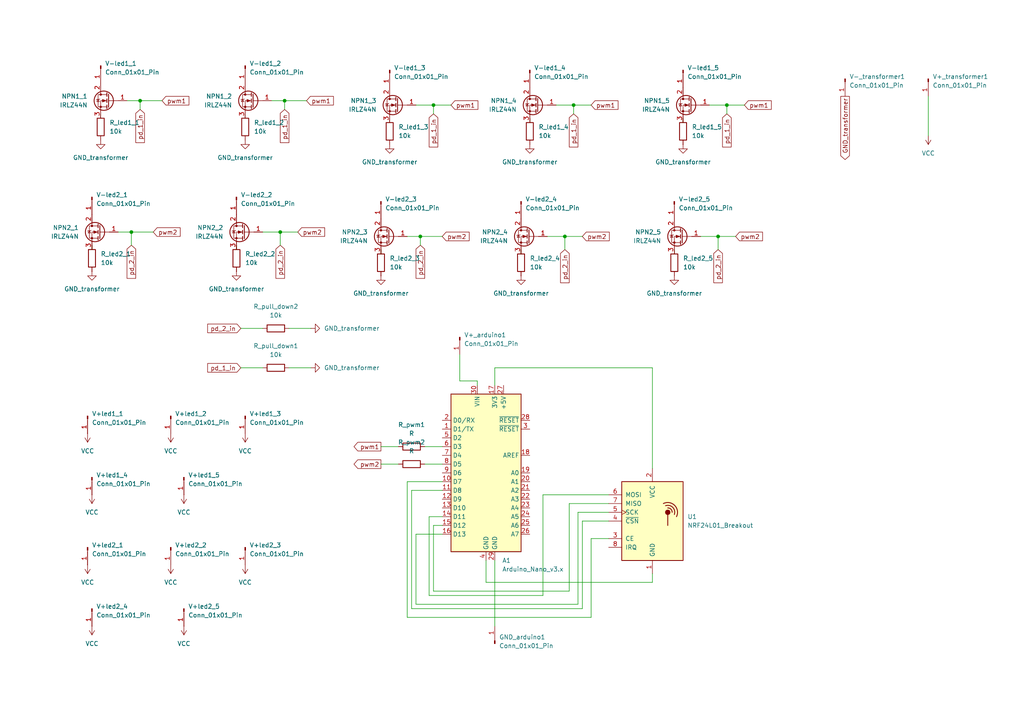
<source format=kicad_sch>
(kicad_sch (version 20250114) (generator "eeschema") (generator_version "9.0")
  (paper "A4")
  (lib_symbols
    (symbol "Connector:Conn_01x01_Pin" (pin_names (offset 1.016) (hide yes))
      (property "Reference" "J" (at 0 2.54 0))
      (property "Value" "Conn_01x01_Pin" (at 0 -2.54 0))
      (symbol "Conn_01x01_Pin_1_1"
        (rectangle (start 0.8636 0.127) (end 0 -0.127) (stroke (width 0.1524)) (fill (type outline)))
        (polyline (pts (xy 1.27 0) (xy 0.8636 0)) (stroke (width 0.1524)))
        (pin passive line (at 5.08 0 180) (length 3.81) (name "Pin_1") (number "1"))
      )
    )
    (symbol "Device:R" (pin_numbers (hide yes)) (pin_names (offset 0))
      (property "Reference" "R" (at 2.032 0 90))
      (property "Value" "R" (at 0 0 90))
      (symbol "R_0_1"
        (rectangle (start -1.016 -2.54) (end 1.016 2.54) (stroke (width 0.254)))
      )
      (symbol "R_1_1"
        (pin passive line (at 0 3.81 270) (length 1.27) (name "~") (number "1"))
        (pin passive line (at 0 -3.81 90) (length 1.27) (name "~") (number "2"))
      )
    )
    (symbol "MCU_Module:Arduino_Nano_v3.x"
      (property "Reference" "A" (at -10.16 23.495 0))
      (property "Value" "Arduino_Nano_v3.x" (at 5.08 -24.13 0))
      (symbol "Arduino_Nano_v3.x_0_1"
        (rectangle (start -10.16 22.86) (end 10.16 -22.86) (stroke (width 0.254)) (fill (type background)))
      )
      (symbol "Arduino_Nano_v3.x_1_1"
        (pin bidirectional line (at -12.7 15.24 0) (length 2.54) (name "D0/RX") (number "2"))
        (pin bidirectional line (at -12.7 12.7 0) (length 2.54) (name "D1/TX") (number "1"))
        (pin bidirectional line (at -12.7 10.16 0) (length 2.54) (name "D2") (number "5"))
        (pin bidirectional line (at -12.7 7.62 0) (length 2.54) (name "D3") (number "6"))
        (pin bidirectional line (at -12.7 5.08 0) (length 2.54) (name "D4") (number "7"))
        (pin bidirectional line (at -12.7 2.54 0) (length 2.54) (name "D5") (number "8"))
        (pin bidirectional line (at -12.7 0 0) (length 2.54) (name "D6") (number "9"))
        (pin bidirectional line (at -12.7 -2.54 0) (length 2.54) (name "D7") (number "10"))
        (pin bidirectional line (at -12.7 -5.08 0) (length 2.54) (name "D8") (number "11"))
        (pin bidirectional line (at -12.7 -7.62 0) (length 2.54) (name "D9") (number "12"))
        (pin bidirectional line (at -12.7 -10.16 0) (length 2.54) (name "D10") (number "13"))
        (pin bidirectional line (at -12.7 -12.7 0) (length 2.54) (name "D11") (number "14"))
        (pin bidirectional line (at -12.7 -15.24 0) (length 2.54) (name "D12") (number "15"))
        (pin bidirectional line (at -12.7 -17.78 0) (length 2.54) (name "D13") (number "16"))
        (pin power_in line (at -2.54 25.4 270) (length 2.54) (name "VIN") (number "30"))
        (pin power_in line (at 0 -25.4 90) (length 2.54) (name "GND") (number "4"))
        (pin power_out line (at 2.54 25.4 270) (length 2.54) (name "3V3") (number "17"))
        (pin power_in line (at 2.54 -25.4 90) (length 2.54) (name "GND") (number "29"))
        (pin power_out line (at 5.08 25.4 270) (length 2.54) (name "+5V") (number "27"))
        (pin input line (at 12.7 15.24 180) (length 2.54) (name "~{RESET}") (number "28"))
        (pin input line (at 12.7 12.7 180) (length 2.54) (name "~{RESET}") (number "3"))
        (pin input line (at 12.7 5.08 180) (length 2.54) (name "AREF") (number "18"))
        (pin bidirectional line (at 12.7 0 180) (length 2.54) (name "A0") (number "19"))
        (pin bidirectional line (at 12.7 -2.54 180) (length 2.54) (name "A1") (number "20"))
        (pin bidirectional line (at 12.7 -5.08 180) (length 2.54) (name "A2") (number "21"))
        (pin bidirectional line (at 12.7 -7.62 180) (length 2.54) (name "A3") (number "22"))
        (pin bidirectional line (at 12.7 -10.16 180) (length 2.54) (name "A4") (number "23"))
        (pin bidirectional line (at 12.7 -12.7 180) (length 2.54) (name "A5") (number "24"))
        (pin bidirectional line (at 12.7 -15.24 180) (length 2.54) (name "A6") (number "25"))
        (pin bidirectional line (at 12.7 -17.78 180) (length 2.54) (name "A7") (number "26"))
      )
    )
    (symbol "RF:NRF24L01_Breakout" (pin_names (offset 1.016))
      (property "Reference" "U" (at -8.89 12.7 0))
      (property "Value" "NRF24L01_Breakout" (at 3.81 12.7 0))
      (symbol "NRF24L01_Breakout_0_1"
        (rectangle (start -8.89 11.43) (end 8.89 -11.43) (stroke (width 0.254)) (fill (type background)))
        (arc (start 3.175 5.08) (mid 6.453 4.548) (end 6.985 1.27) (stroke (width 0.254)))
        (circle (center 4.445 2.54) (radius 0.635) (stroke (width 0.254)) (fill (type outline)))
        (polyline (pts (xy 4.445 1.905) (xy 4.445 -1.27)) (stroke (width 0.254)))
        (arc (start 3.81 4.445) (mid 5.8835 3.9785) (end 6.35 1.905) (stroke (width 0.254)))
        (arc (start 4.445 3.81) (mid 5.3558 3.4508) (end 5.715 2.54) (stroke (width 0.254)))
      )
      (symbol "NRF24L01_Breakout_1_1"
        (pin input line (at -12.7 7.62 0) (length 3.81) (name "MOSI") (number "6"))
        (pin output line (at -12.7 5.08 0) (length 3.81) (name "MISO") (number "7"))
        (pin input clock (at -12.7 2.54 0) (length 3.81) (name "SCK") (number "5"))
        (pin input line (at -12.7 0 0) (length 3.81) (name "~{CSN}") (number "4"))
        (pin input line (at -12.7 -5.08 0) (length 3.81) (name "CE") (number "3"))
        (pin output line (at -12.7 -7.62 0) (length 3.81) (name "IRQ") (number "8"))
        (pin power_in line (at 0 15.24 270) (length 3.81) (name "VCC") (number "2"))
        (pin power_in line (at 0 -15.24 90) (length 3.81) (name "GND") (number "1"))
      )
    )
    (symbol "Transistor_FET:IRLZ44N" (pin_names (hide yes))
      (property "Reference" "Q" (at 5.08 1.905 0))
      (property "Value" "IRLZ44N" (at 5.08 0 0))
      (symbol "IRLZ44N_0_1"
        (polyline (pts (xy 0.254 1.905) (xy 0.254 -1.905)) (stroke (width 0.254)))
        (polyline (pts (xy 0.254 0) (xy -2.54 0)))
        (polyline (pts (xy 0.762 2.286) (xy 0.762 1.27)) (stroke (width 0.254)))
        (polyline (pts (xy 0.762 0.508) (xy 0.762 -0.508)) (stroke (width 0.254)))
        (polyline (pts (xy 0.762 -1.27) (xy 0.762 -2.286)) (stroke (width 0.254)))
        (polyline (pts (xy 0.762 -1.778) (xy 3.302 -1.778) (xy 3.302 1.778) (xy 0.762 1.778)))
        (polyline (pts (xy 1.016 0) (xy 2.032 0.381) (xy 2.032 -0.381) (xy 1.016 0)) (fill (type outline)))
        (circle (center 1.651 0) (radius 2.794) (stroke (width 0.254)))
        (polyline (pts (xy 2.54 2.54) (xy 2.54 1.778)))
        (circle (center 2.54 1.778) (radius 0.254) (fill (type outline)))
        (circle (center 2.54 -1.778) (radius 0.254) (fill (type outline)))
        (polyline (pts (xy 2.54 -2.54) (xy 2.54 0) (xy 0.762 0)))
        (polyline (pts (xy 2.794 0.508) (xy 2.921 0.381) (xy 3.683 0.381) (xy 3.81 0.254)))
        (polyline (pts (xy 3.302 0.381) (xy 2.921 -0.254) (xy 3.683 -0.254) (xy 3.302 0.381)))
      )
      (symbol "IRLZ44N_1_1"
        (pin input line (at -5.08 0 0) (length 2.54) (name "G") (number "1"))
        (pin passive line (at 2.54 5.08 270) (length 2.54) (name "D") (number "2"))
        (pin passive line (at 2.54 -5.08 90) (length 2.54) (name "S") (number "3"))
      )
    )
    (symbol "power:GND" (power) (pin_numbers (hide yes)) (pin_names (offset 0) (hide yes))
      (property "Value" "GND" (at 0 -3.81 0))
      (symbol "GND_0_1"
        (polyline (pts (xy 0 0) (xy 0 -1.27) (xy 1.27 -1.27) (xy 0 -2.54) (xy -1.27 -1.27) (xy 0 -1.27)))
      )
      (symbol "GND_1_1"
        (pin power_in line (at 0 0 270) (length 0) (name "~") (number "1"))
      )
    )
    (symbol "power:VCC" (power) (pin_numbers (hide yes)) (pin_names (offset 0) (hide yes))
      (property "Value" "VCC" (at 0 3.556 0))
      (symbol "VCC_0_1"
        (polyline (pts (xy -0.762 1.27) (xy 0 2.54)))
        (polyline (pts (xy 0 2.54) (xy 0.762 1.27)))
        (polyline (pts (xy 0 0) (xy 0 2.54)))
      )
      (symbol "VCC_1_1"
        (pin power_in line (at 0 0 90) (length 0) (name "~") (number "1"))
      )
    )
  )
  (junction (at 38.1 67.31))
  (junction (at 81.28 67.31))
  (junction (at 40.64 29.21))
  (junction (at 166.37 30.48))
  (junction (at 125.73 30.48))
  (junction (at 208.28 68.58))
  (junction (at 82.55 29.21))
  (junction (at 121.92 68.58))
  (junction (at 163.83 68.58))
  (junction (at 210.82 30.48))
  (wire (pts (xy 161.29 30.48) (xy 166.37 30.48)))
  (wire (pts (xy 158.75 68.58) (xy 163.83 68.58)))
  (wire (pts (xy 110.49 129.54) (xy 115.57 129.54)))
  (wire (pts (xy 168.91 176.53) (xy 119.38 176.53)))
  (wire (pts (xy 168.91 151.13) (xy 168.91 176.53)))
  (wire (pts (xy 71.12 33.02) (xy 71.12 34.29)))
  (wire (pts (xy 165.1 146.05) (xy 176.53 146.05)))
  (wire (pts (xy 140.97 162.56) (xy 140.97 168.91)))
  (wire (pts (xy 119.38 176.53) (xy 119.38 142.24)))
  (wire (pts (xy 120.65 154.94) (xy 120.65 175.26)))
  (wire (pts (xy 36.83 29.21) (xy 40.64 29.21)))
  (wire (pts (xy 83.82 95.25) (xy 90.17 95.25)))
  (wire (pts (xy 210.82 33.02) (xy 210.82 30.48)))
  (wire (pts (xy 78.74 29.21) (xy 82.55 29.21)))
  (wire (pts (xy 140.97 168.91) (xy 189.23 168.91)))
  (wire (pts (xy 133.35 110.49) (xy 133.35 102.87)))
  (wire (pts (xy 205.74 30.48) (xy 210.82 30.48)))
  (wire (pts (xy 269.24 27.94) (xy 269.24 39.37)))
  (wire (pts (xy 165.1 171.45) (xy 165.1 146.05)))
  (wire (pts (xy 118.11 68.58) (xy 121.92 68.58)))
  (wire (pts (xy 163.83 72.39) (xy 163.83 68.58)))
  (wire (pts (xy 69.85 95.25) (xy 76.2 95.25)))
  (wire (pts (xy 176.53 156.21) (xy 171.45 156.21)))
  (wire (pts (xy 195.58 72.39) (xy 195.58 73.66)))
  (wire (pts (xy 83.82 106.68) (xy 90.17 106.68)))
  (wire (pts (xy 189.23 135.89) (xy 189.23 106.68)))
  (wire (pts (xy 123.19 129.54) (xy 128.27 129.54)))
  (wire (pts (xy 128.27 152.4) (xy 125.73 152.4)))
  (wire (pts (xy 167.64 148.59) (xy 176.53 148.59)))
  (wire (pts (xy 110.49 134.62) (xy 115.57 134.62)))
  (wire (pts (xy 143.51 106.68) (xy 143.51 111.76)))
  (wire (pts (xy 38.1 71.12) (xy 38.1 67.31)))
  (wire (pts (xy 34.29 67.31) (xy 38.1 67.31)))
  (wire (pts (xy 120.65 30.48) (xy 125.73 30.48)))
  (wire (pts (xy 123.19 134.62) (xy 128.27 134.62)))
  (wire (pts (xy 69.85 106.68) (xy 76.2 106.68)))
  (wire (pts (xy 81.28 67.31) (xy 86.36 67.31)))
  (wire (pts (xy 81.28 71.12) (xy 81.28 67.31)))
  (wire (pts (xy 151.13 72.39) (xy 151.13 73.66)))
  (wire (pts (xy 76.2 67.31) (xy 81.28 67.31)))
  (wire (pts (xy 40.64 29.21) (xy 46.99 29.21)))
  (wire (pts (xy 113.03 34.29) (xy 113.03 35.56)))
  (wire (pts (xy 68.58 71.12) (xy 68.58 72.39)))
  (wire (pts (xy 121.92 68.58) (xy 128.27 68.58)))
  (wire (pts (xy 163.83 68.58) (xy 168.91 68.58)))
  (wire (pts (xy 176.53 143.51) (xy 157.48 143.51)))
  (wire (pts (xy 110.49 72.39) (xy 110.49 73.66)))
  (wire (pts (xy 189.23 106.68) (xy 143.51 106.68)))
  (wire (pts (xy 124.46 149.86) (xy 128.27 149.86)))
  (wire (pts (xy 119.38 142.24) (xy 128.27 142.24)))
  (wire (pts (xy 128.27 154.94) (xy 120.65 154.94)))
  (wire (pts (xy 143.51 162.56) (xy 143.51 181.61)))
  (wire (pts (xy 210.82 30.48) (xy 215.9 30.48)))
  (wire (pts (xy 38.1 67.31) (xy 44.45 67.31)))
  (wire (pts (xy 40.64 31.75) (xy 40.64 29.21)))
  (wire (pts (xy 166.37 33.02) (xy 166.37 30.48)))
  (wire (pts (xy 167.64 175.26) (xy 167.64 148.59)))
  (wire (pts (xy 125.73 152.4) (xy 125.73 171.45)))
  (wire (pts (xy 82.55 31.75) (xy 82.55 29.21)))
  (wire (pts (xy 203.2 68.58) (xy 208.28 68.58)))
  (wire (pts (xy 171.45 156.21) (xy 171.45 179.07)))
  (wire (pts (xy 124.46 149.86) (xy 124.46 172.72)))
  (wire (pts (xy 29.21 33.02) (xy 29.21 34.29)))
  (wire (pts (xy 189.23 166.37) (xy 189.23 168.91)))
  (wire (pts (xy 118.11 139.7) (xy 128.27 139.7)))
  (wire (pts (xy 208.28 68.58) (xy 213.36 68.58)))
  (wire (pts (xy 118.11 179.07) (xy 118.11 139.7)))
  (wire (pts (xy 208.28 72.39) (xy 208.28 68.58)))
  (wire (pts (xy 125.73 33.02) (xy 125.73 30.48)))
  (wire (pts (xy 125.73 30.48) (xy 130.81 30.48)))
  (wire (pts (xy 120.65 175.26) (xy 167.64 175.26)))
  (wire (pts (xy 166.37 30.48) (xy 171.45 30.48)))
  (wire (pts (xy 198.12 34.29) (xy 198.12 35.56)))
  (wire (pts (xy 176.53 151.13) (xy 168.91 151.13)))
  (wire (pts (xy 171.45 179.07) (xy 118.11 179.07)))
  (wire (pts (xy 121.92 71.12) (xy 121.92 68.58)))
  (wire (pts (xy 153.67 34.29) (xy 153.67 35.56)))
  (wire (pts (xy 157.48 143.51) (xy 157.48 172.72)))
  (wire (pts (xy 157.48 172.72) (xy 124.46 172.72)))
  (wire (pts (xy 138.43 110.49) (xy 133.35 110.49)))
  (wire (pts (xy 125.73 171.45) (xy 165.1 171.45)))
  (wire (pts (xy 82.55 29.21) (xy 88.9 29.21)))
  (wire (pts (xy 138.43 110.49) (xy 138.43 111.76)))
  (wire (pts (xy 26.67 71.12) (xy 26.67 72.39)))
  (global_label "pd_1_in" (shape input) (at 125.73 33.02 270) (property "Intersheetrefs" "${INTERSHEET_REFS}" (effects (hide yes))))
  (global_label "GND_transformer" (shape output) (at 245.11 27.94 270) (property "Intersheetrefs" "${INTERSHEET_REFS}" (effects (hide yes))))
  (global_label "pd_2_in" (shape input) (at 121.92 71.12 270) (property "Intersheetrefs" "${INTERSHEET_REFS}" (effects (hide yes))))
  (global_label "pd_2_in" (shape input) (at 81.28 71.12 270) (property "Intersheetrefs" "${INTERSHEET_REFS}" (effects (hide yes))))
  (global_label "pwm1" (shape input) (at 88.9 29.21 0) (property "Intersheetrefs" "${INTERSHEET_REFS}" (effects (hide yes))))
  (global_label "pd_2_in" (shape input) (at 69.85 95.25 180) (property "Intersheetrefs" "${INTERSHEET_REFS}" (effects (hide yes))))
  (global_label "pwm2" (shape input) (at 168.91 68.58 0) (property "Intersheetrefs" "${INTERSHEET_REFS}" (effects (hide yes))))
  (global_label "pwm2" (shape input) (at 44.45 67.31 0) (property "Intersheetrefs" "${INTERSHEET_REFS}" (effects (hide yes))))
  (global_label "pwm2" (shape output) (at 110.49 134.62 180) (property "Intersheetrefs" "${INTERSHEET_REFS}" (effects (hide yes))))
  (global_label "pwm1" (shape input) (at 46.99 29.21 0) (property "Intersheetrefs" "${INTERSHEET_REFS}" (effects (hide yes))))
  (global_label "pd_1_in" (shape input) (at 166.37 33.02 270) (property "Intersheetrefs" "${INTERSHEET_REFS}" (effects (hide yes))))
  (global_label "pwm1" (shape input) (at 215.9 30.48 0) (property "Intersheetrefs" "${INTERSHEET_REFS}" (effects (hide yes))))
  (global_label "pwm1" (shape input) (at 130.81 30.48 0) (property "Intersheetrefs" "${INTERSHEET_REFS}" (effects (hide yes))))
  (global_label "pwm1" (shape input) (at 171.45 30.48 0) (property "Intersheetrefs" "${INTERSHEET_REFS}" (effects (hide yes))))
  (global_label "pwm2" (shape input) (at 213.36 68.58 0) (property "Intersheetrefs" "${INTERSHEET_REFS}" (effects (hide yes))))
  (global_label "pd_1_in" (shape input) (at 210.82 33.02 270) (property "Intersheetrefs" "${INTERSHEET_REFS}" (effects (hide yes))))
  (global_label "pd_1_in" (shape input) (at 40.64 31.75 270) (property "Intersheetrefs" "${INTERSHEET_REFS}" (effects (hide yes))))
  (global_label "pwm2" (shape input) (at 86.36 67.31 0) (property "Intersheetrefs" "${INTERSHEET_REFS}" (effects (hide yes))))
  (global_label "pd_2_in" (shape input) (at 38.1 71.12 270) (property "Intersheetrefs" "${INTERSHEET_REFS}" (effects (hide yes))))
  (global_label "pd_2_in" (shape input) (at 163.83 72.39 270) (property "Intersheetrefs" "${INTERSHEET_REFS}" (effects (hide yes))))
  (global_label "pd_1_in" (shape input) (at 82.55 31.75 270) (property "Intersheetrefs" "${INTERSHEET_REFS}" (effects (hide yes))))
  (global_label "pwm2" (shape input) (at 128.27 68.58 0) (property "Intersheetrefs" "${INTERSHEET_REFS}" (effects (hide yes))))
  (global_label "pwm1" (shape output) (at 110.49 129.54 180) (property "Intersheetrefs" "${INTERSHEET_REFS}" (effects (hide yes))))
  (global_label "pd_1_in" (shape input) (at 69.85 106.68 180) (property "Intersheetrefs" "${INTERSHEET_REFS}" (effects (hide yes))))
  (global_label "pd_2_in" (shape input) (at 208.28 72.39 270) (property "Intersheetrefs" "${INTERSHEET_REFS}" (effects (hide yes))))
  (symbol (lib_id "Transistor_FET:IRLZ44N") (at 156.21 30.48 0) (mirror y) (unit 1)
    (property "Reference" "NPN1_4" (at 149.86 29.2099 0) (effects (justify left)))
    (property "Value" "IRLZ44N" (at 149.86 31.7499 0) (effects (justify left)))
    (property "Footprint" "Package_TO_SOT_THT:TO-220-3_Vertical" (effects (hide yes)))
    (property "Datasheet" "http://www.irf.com/product-info/datasheets/data/irlz44n.pdf" (effects (hide yes)))
    (property "Description" "47A Id, 55V Vds, 22mOhm Rds Single N-Channel HEXFET Power MOSFET, TO-220AB" (effects (hide yes)))
  )
  (symbol (lib_id "Transistor_FET:IRLZ44N") (at 31.75 29.21 0) (mirror y) (unit 1)
    (property "Reference" "NPN1_1" (at 25.4 27.9399 0) (effects (justify left)))
    (property "Value" "IRLZ44N" (at 25.4 30.4799 0) (effects (justify left)))
    (property "Footprint" "Package_TO_SOT_THT:TO-220-3_Vertical" (effects (hide yes)))
    (property "Datasheet" "http://www.irf.com/product-info/datasheets/data/irlz44n.pdf" (effects (hide yes)))
    (property "Description" "47A Id, 55V Vds, 22mOhm Rds Single N-Channel HEXFET Power MOSFET, TO-220AB" (effects (hide yes)))
  )
  (symbol (lib_id "Connector:Conn_01x01_Pin") (at 151.13 58.42 270) (unit 1)
    (property "Reference" "V-led2_4" (at 152.4 57.7849 90) (effects (justify left)))
    (property "Value" "Conn_01x01_Pin" (at 152.4 60.3249 90) (effects (justify left)))
    (property "Footprint" "Connector_Wire:SolderWire-1.5sqmm_1x01_D1.7mm_OD3.9mm" (effects (hide yes)))
    (property "Description" "Generic connector, single row, 01x01, script generated" (effects (hide yes)))
  )
  (symbol (lib_id "Connector:Conn_01x01_Pin") (at 269.24 22.86 270) (unit 1)
    (property "Reference" "V+_transformer1" (at 270.51 22.2249 90) (effects (justify left)))
    (property "Value" "Conn_01x01_Pin" (at 270.51 24.7649 90) (effects (justify left)))
    (property "Footprint" "Connector_Wire:SolderWire-1.5sqmm_1x01_D1.7mm_OD3.9mm" (effects (hide yes)))
  )
  (symbol (lib_id "Transistor_FET:IRLZ44N") (at 29.21 67.31 0) (mirror y) (unit 1)
    (property "Reference" "NPN2_1" (at 22.86 66.0399 0) (effects (justify left)))
    (property "Value" "IRLZ44N" (at 22.86 68.5799 0) (effects (justify left)))
    (property "Footprint" "Package_TO_SOT_THT:TO-220-3_Vertical" (effects (hide yes)))
    (property "Datasheet" "http://www.irf.com/product-info/datasheets/data/irlz44n.pdf" (effects (hide yes)))
    (property "Description" "47A Id, 55V Vds, 22mOhm Rds Single N-Channel HEXFET Power MOSFET, TO-220AB" (effects (hide yes)))
  )
  (symbol (lib_id "Device:R") (at 119.38 134.62 90) (unit 1)
    (property "Reference" "R_pwm2" (at 119.38 128.27 90))
    (property "Value" "R" (at 119.38 130.81 90))
    (property "Footprint" "Resistor_THT:R_Axial_DIN0207_L6.3mm_D2.5mm_P7.62mm_Horizontal" (effects (hide yes)))
    (property "Description" "Resistor" (effects (hide yes)))
  )
  (symbol (lib_id "Connector:Conn_01x01_Pin") (at 143.51 186.69 90) (unit 1)
    (property "Reference" "GND_arduino1" (at 144.78 184.7849 90) (effects (justify right)))
    (property "Value" "Conn_01x01_Pin" (at 144.78 187.3249 90) (effects (justify right)))
    (property "Footprint" "Connector_Wire:SolderWire-1.5sqmm_1x01_D1.7mm_OD3.9mm" (effects (hide yes)))
    (property "Description" "Generic connector, single row, 01x01, script generated" (effects (hide yes)))
  )
  (symbol (lib_id "Transistor_FET:IRLZ44N") (at 200.66 30.48 0) (mirror y) (unit 1)
    (property "Reference" "NPN1_5" (at 194.31 29.2099 0) (effects (justify left)))
    (property "Value" "IRLZ44N" (at 194.31 31.7499 0) (effects (justify left)))
    (property "Footprint" "Package_TO_SOT_THT:TO-220-3_Vertical" (effects (hide yes)))
    (property "Datasheet" "http://www.irf.com/product-info/datasheets/data/irlz44n.pdf" (effects (hide yes)))
    (property "Description" "47A Id, 55V Vds, 22mOhm Rds Single N-Channel HEXFET Power MOSFET, TO-220AB" (effects (hide yes)))
  )
  (symbol (lib_id "Device:R") (at 68.58 74.93 180) (unit 1)
    (property "Reference" "R_led2_2" (at 71.12 73.6599 0) (effects (justify right)))
    (property "Value" "10k" (at 71.12 76.1999 0) (effects (justify right)))
    (property "Footprint" "Resistor_THT:R_Axial_DIN0207_L6.3mm_D2.5mm_P7.62mm_Horizontal" (effects (hide yes)))
    (property "Description" "Resistor" (effects (hide yes)))
  )
  (symbol (lib_id "Device:R") (at 80.01 95.25 90) (unit 1)
    (property "Reference" "R_pull_down2" (at 80.01 88.9 90))
    (property "Value" "10k" (at 80.01 91.44 90))
    (property "Footprint" "Resistor_THT:R_Axial_DIN0207_L6.3mm_D2.5mm_P7.62mm_Horizontal" (effects (hide yes)))
    (property "Description" "Resistor" (effects (hide yes)))
  )
  (symbol (lib_id "power:VCC") (at 53.34 181.61 180) (unit 1)
    (property "Reference" "#PWR09" (effects (hide yes)))
    (property "Value" "VCC" (at 53.34 186.69 0))
    (property "Description" "Power symbol creates a global label with name \"VCC\"" (effects (hide yes)))
  )
  (symbol (lib_id "Connector:Conn_01x01_Pin") (at 71.12 158.75 270) (unit 1)
    (property "Reference" "V+led2_3" (at 72.39 158.1149 90) (effects (justify left)))
    (property "Value" "Conn_01x01_Pin" (at 72.39 160.6549 90) (effects (justify left)))
    (property "Footprint" "Connector_Wire:SolderWire-1.5sqmm_1x01_D1.7mm_OD3.9mm" (effects (hide yes)))
    (property "Description" "Generic connector, single row, 01x01, script generated" (effects (hide yes)))
  )
  (symbol (lib_id "power:VCC") (at 25.4 163.83 180) (unit 1)
    (property "Reference" "#PWR06" (effects (hide yes)))
    (property "Value" "VCC" (at 25.4 168.91 0))
    (property "Description" "Power symbol creates a global label with name \"VCC\"" (effects (hide yes)))
  )
  (symbol (lib_id "RF:NRF24L01_Breakout") (at 189.23 151.13 0) (unit 1)
    (property "Reference" "U1" (at 199.39 149.8599 0) (effects (justify left)))
    (property "Value" "NRF24L01_Breakout" (at 199.39 152.3999 0) (effects (justify left)))
    (property "Footprint" "RF_Module:nRF24L01_Breakout" (effects (hide yes)))
    (property "Datasheet" "http://www.nordicsemi.com/eng/content/download/2730/34105/file/nRF24L01_Product_Specification_v2_0.pdf" (effects (hide yes)))
    (property "Description" "Ultra low power 2.4GHz RF Transceiver, Carrier PCB" (effects (hide yes)))
  )
  (symbol (lib_id "power:GND") (at 198.12 41.91 0) (unit 1)
    (property "Reference" "#PWR024" (effects (hide yes)))
    (property "Value" "GND_transformer" (at 198.12 46.99 0))
    (property "Description" "Power symbol creates a global label with name \"GND\" , ground" (effects (hide yes)))
  )
  (symbol (lib_id "power:VCC") (at 53.34 143.51 180) (unit 1)
    (property "Reference" "#PWR05" (effects (hide yes)))
    (property "Value" "VCC" (at 53.34 148.59 0))
    (property "Description" "Power symbol creates a global label with name \"VCC\"" (effects (hide yes)))
  )
  (symbol (lib_id "Connector:Conn_01x01_Pin") (at 113.03 20.32 270) (unit 1)
    (property "Reference" "V-led1_3" (at 114.3 19.6849 90) (effects (justify left)))
    (property "Value" "Conn_01x01_Pin" (at 114.3 22.2249 90) (effects (justify left)))
    (property "Footprint" "Connector_Wire:SolderWire-1.5sqmm_1x01_D1.7mm_OD3.9mm" (effects (hide yes)))
    (property "Description" "Generic connector, single row, 01x01, script generated" (effects (hide yes)))
  )
  (symbol (lib_id "Device:R") (at 119.38 129.54 90) (unit 1)
    (property "Reference" "R_pwm1" (at 119.38 123.19 90))
    (property "Value" "R" (at 119.38 125.73 90))
    (property "Footprint" "Resistor_THT:R_Axial_DIN0207_L6.3mm_D2.5mm_P7.62mm_Horizontal" (effects (hide yes)))
    (property "Description" "Resistor" (effects (hide yes)))
  )
  (symbol (lib_id "Device:R") (at 26.67 74.93 180) (unit 1)
    (property "Reference" "R_led2_1" (at 29.21 73.6599 0) (effects (justify right)))
    (property "Value" "10k" (at 29.21 76.1999 0) (effects (justify right)))
    (property "Footprint" "Resistor_THT:R_Axial_DIN0207_L6.3mm_D2.5mm_P7.62mm_Horizontal" (effects (hide yes)))
    (property "Description" "Resistor" (effects (hide yes)))
  )
  (symbol (lib_id "Connector:Conn_01x01_Pin") (at 29.21 19.05 270) (unit 1)
    (property "Reference" "V-led1_1" (at 30.48 18.4149 90) (effects (justify left)))
    (property "Value" "Conn_01x01_Pin" (at 30.48 20.9549 90) (effects (justify left)))
    (property "Footprint" "Connector_Wire:SolderWire-1.5sqmm_1x01_D1.7mm_OD3.9mm" (effects (hide yes)))
    (property "Description" "Generic connector, single row, 01x01, script generated" (effects (hide yes)))
  )
  (symbol (lib_id "Device:R") (at 80.01 106.68 90) (unit 1)
    (property "Reference" "R_pull_down1" (at 80.01 100.33 90))
    (property "Value" "10k" (at 80.01 102.87 90))
    (property "Footprint" "Resistor_THT:R_Axial_DIN0207_L6.3mm_D2.5mm_P7.62mm_Horizontal" (effects (hide yes)))
    (property "Description" "Resistor" (effects (hide yes)))
  )
  (symbol (lib_id "power:VCC") (at 269.24 39.37 180) (unit 1)
    (property "Reference" "#PWR011" (effects (hide yes)))
    (property "Value" "VCC" (at 269.24 44.45 0))
    (property "Description" "Power symbol creates a global label with name \"VCC\"" (effects (hide yes)))
  )
  (symbol (lib_id "power:VCC") (at 49.53 163.83 180) (unit 1)
    (property "Reference" "#PWR08" (effects (hide yes)))
    (property "Value" "VCC" (at 49.53 168.91 0))
    (property "Description" "Power symbol creates a global label with name \"VCC\"" (effects (hide yes)))
  )
  (symbol (lib_id "Connector:Conn_01x01_Pin") (at 195.58 58.42 270) (unit 1)
    (property "Reference" "V-led2_5" (at 196.85 57.7849 90) (effects (justify left)))
    (property "Value" "Conn_01x01_Pin" (at 196.85 60.3249 90) (effects (justify left)))
    (property "Footprint" "Connector_Wire:SolderWire-1.5sqmm_1x01_D1.7mm_OD3.9mm" (effects (hide yes)))
    (property "Description" "Generic connector, single row, 01x01, script generated" (effects (hide yes)))
  )
  (symbol (lib_id "Transistor_FET:IRLZ44N") (at 115.57 30.48 0) (mirror y) (unit 1)
    (property "Reference" "NPN1_3" (at 109.22 29.2099 0) (effects (justify left)))
    (property "Value" "IRLZ44N" (at 109.22 31.7499 0) (effects (justify left)))
    (property "Footprint" "Package_TO_SOT_THT:TO-220-3_Vertical" (effects (hide yes)))
    (property "Datasheet" "http://www.irf.com/product-info/datasheets/data/irlz44n.pdf" (effects (hide yes)))
    (property "Description" "47A Id, 55V Vds, 22mOhm Rds Single N-Channel HEXFET Power MOSFET, TO-220AB" (effects (hide yes)))
  )
  (symbol (lib_id "Device:R") (at 195.58 76.2 180) (unit 1)
    (property "Reference" "R_led2_5" (at 198.12 74.9299 0) (effects (justify right)))
    (property "Value" "10k" (at 198.12 77.4699 0) (effects (justify right)))
    (property "Footprint" "Resistor_THT:R_Axial_DIN0207_L6.3mm_D2.5mm_P7.62mm_Horizontal" (effects (hide yes)))
    (property "Description" "Resistor" (effects (hide yes)))
  )
  (symbol (lib_id "Connector:Conn_01x01_Pin") (at 133.35 97.79 270) (unit 1)
    (property "Reference" "V+_arduino1" (at 134.62 97.1549 90) (effects (justify left)))
    (property "Value" "Conn_01x01_Pin" (at 134.62 99.6949 90) (effects (justify left)))
    (property "Footprint" "Connector_Wire:SolderWire-1.5sqmm_1x01_D1.7mm_OD3.9mm" (effects (hide yes)))
    (property "Description" "Generic connector, single row, 01x01, script generated" (effects (hide yes)))
  )
  (symbol (lib_id "power:VCC") (at 71.12 125.73 180) (unit 1)
    (property "Reference" "#PWR03" (effects (hide yes)))
    (property "Value" "VCC" (at 71.12 130.81 0))
    (property "Description" "Power symbol creates a global label with name \"VCC\"" (effects (hide yes)))
  )
  (symbol (lib_id "power:GND") (at 68.58 78.74 0) (unit 1)
    (property "Reference" "#PWR028" (effects (hide yes)))
    (property "Value" "GND_transformer" (at 68.58 83.82 0))
    (property "Description" "Power symbol creates a global label with name \"GND\" , ground" (effects (hide yes)))
  )
  (symbol (lib_id "Device:R") (at 29.21 36.83 180) (unit 1)
    (property "Reference" "R_led1_1" (at 31.75 35.5599 0) (effects (justify right)))
    (property "Value" "10k" (at 31.75 38.0999 0) (effects (justify right)))
    (property "Footprint" "Resistor_THT:R_Axial_DIN0207_L6.3mm_D2.5mm_P7.62mm_Horizontal" (effects (hide yes)))
    (property "Description" "Resistor" (effects (hide yes)))
  )
  (symbol (lib_id "power:GND") (at 151.13 80.01 0) (unit 1)
    (property "Reference" "#PWR030" (effects (hide yes)))
    (property "Value" "GND_transformer" (at 151.13 85.09 0))
    (property "Description" "Power symbol creates a global label with name \"GND\" , ground" (effects (hide yes)))
  )
  (symbol (lib_id "Transistor_FET:IRLZ44N") (at 73.66 29.21 0) (mirror y) (unit 1)
    (property "Reference" "NPN1_2" (at 67.31 27.9399 0) (effects (justify left)))
    (property "Value" "IRLZ44N" (at 67.31 30.4799 0) (effects (justify left)))
    (property "Footprint" "Package_TO_SOT_THT:TO-220-3_Vertical" (effects (hide yes)))
    (property "Datasheet" "http://www.irf.com/product-info/datasheets/data/irlz44n.pdf" (effects (hide yes)))
    (property "Description" "47A Id, 55V Vds, 22mOhm Rds Single N-Channel HEXFET Power MOSFET, TO-220AB" (effects (hide yes)))
  )
  (symbol (lib_id "power:VCC") (at 26.67 143.51 180) (unit 1)
    (property "Reference" "#PWR04" (effects (hide yes)))
    (property "Value" "VCC" (at 26.67 148.59 0))
    (property "Description" "Power symbol creates a global label with name \"VCC\"" (effects (hide yes)))
  )
  (symbol (lib_id "Connector:Conn_01x01_Pin") (at 26.67 176.53 270) (unit 1)
    (property "Reference" "V+led2_4" (at 27.94 175.8949 90) (effects (justify left)))
    (property "Value" "Conn_01x01_Pin" (at 27.94 178.4349 90) (effects (justify left)))
    (property "Footprint" "Connector_Wire:SolderWire-1.5sqmm_1x01_D1.7mm_OD3.9mm" (effects (hide yes)))
    (property "Description" "Generic connector, single row, 01x01, script generated" (effects (hide yes)))
  )
  (symbol (lib_id "power:VCC") (at 25.4 125.73 180) (unit 1)
    (property "Reference" "#PWR01" (effects (hide yes)))
    (property "Value" "VCC" (at 25.4 130.81 0))
    (property "Description" "Power symbol creates a global label with name \"VCC\"" (effects (hide yes)))
  )
  (symbol (lib_id "Connector:Conn_01x01_Pin") (at 26.67 57.15 270) (unit 1)
    (property "Reference" "V-led2_1" (at 27.94 56.5149 90) (effects (justify left)))
    (property "Value" "Conn_01x01_Pin" (at 27.94 59.0549 90) (effects (justify left)))
    (property "Footprint" "Connector_Wire:SolderWire-1.5sqmm_1x01_D1.7mm_OD3.9mm" (effects (hide yes)))
    (property "Description" "Generic connector, single row, 01x01, script generated" (effects (hide yes)))
  )
  (symbol (lib_id "Connector:Conn_01x01_Pin") (at 110.49 58.42 270) (unit 1)
    (property "Reference" "V-led2_3" (at 111.76 57.7849 90) (effects (justify left)))
    (property "Value" "Conn_01x01_Pin" (at 111.76 60.3249 90) (effects (justify left)))
    (property "Footprint" "Connector_Wire:SolderWire-1.5sqmm_1x01_D1.7mm_OD3.9mm" (effects (hide yes)))
    (property "Description" "Generic connector, single row, 01x01, script generated" (effects (hide yes)))
  )
  (symbol (lib_id "power:VCC") (at 71.12 163.83 180) (unit 1)
    (property "Reference" "#PWR010" (effects (hide yes)))
    (property "Value" "VCC" (at 71.12 168.91 0))
    (property "Description" "Power symbol creates a global label with name \"VCC\"" (effects (hide yes)))
  )
  (symbol (lib_id "Connector:Conn_01x01_Pin") (at 25.4 120.65 270) (unit 1)
    (property "Reference" "V+led1_1" (at 26.67 120.0149 90) (effects (justify left)))
    (property "Value" "Conn_01x01_Pin" (at 26.67 122.5549 90) (effects (justify left)))
    (property "Footprint" "Connector_Wire:SolderWire-1.5sqmm_1x01_D1.7mm_OD3.9mm" (effects (hide yes)))
    (property "Description" "Generic connector, single row, 01x01, script generated" (effects (hide yes)))
  )
  (symbol (lib_id "Connector:Conn_01x01_Pin") (at 49.53 120.65 270) (unit 1)
    (property "Reference" "V+led1_2" (at 50.8 120.0149 90) (effects (justify left)))
    (property "Value" "Conn_01x01_Pin" (at 50.8 122.5549 90) (effects (justify left)))
    (property "Footprint" "Connector_Wire:SolderWire-1.5sqmm_1x01_D1.7mm_OD3.9mm" (effects (hide yes)))
    (property "Description" "Generic connector, single row, 01x01, script generated" (effects (hide yes)))
  )
  (symbol (lib_id "Transistor_FET:IRLZ44N") (at 113.03 68.58 0) (mirror y) (unit 1)
    (property "Reference" "NPN2_3" (at 106.68 67.3099 0) (effects (justify left)))
    (property "Value" "IRLZ44N" (at 106.68 69.8499 0) (effects (justify left)))
    (property "Footprint" "Package_TO_SOT_THT:TO-220-3_Vertical" (effects (hide yes)))
    (property "Datasheet" "http://www.irf.com/product-info/datasheets/data/irlz44n.pdf" (effects (hide yes)))
    (property "Description" "47A Id, 55V Vds, 22mOhm Rds Single N-Channel HEXFET Power MOSFET, TO-220AB" (effects (hide yes)))
  )
  (symbol (lib_id "power:VCC") (at 26.67 181.61 180) (unit 1)
    (property "Reference" "#PWR07" (effects (hide yes)))
    (property "Value" "VCC" (at 26.67 186.69 0))
    (property "Description" "Power symbol creates a global label with name \"VCC\"" (effects (hide yes)))
  )
  (symbol (lib_id "power:GND") (at 113.03 41.91 0) (unit 1)
    (property "Reference" "#PWR025" (effects (hide yes)))
    (property "Value" "GND_transformer" (at 113.03 46.99 0))
    (property "Description" "Power symbol creates a global label with name \"GND\" , ground" (effects (hide yes)))
  )
  (symbol (lib_id "Device:R") (at 71.12 36.83 180) (unit 1)
    (property "Reference" "R_led1_2" (at 73.66 35.5599 0) (effects (justify right)))
    (property "Value" "10k" (at 73.66 38.0999 0) (effects (justify right)))
    (property "Footprint" "Resistor_THT:R_Axial_DIN0207_L6.3mm_D2.5mm_P7.62mm_Horizontal" (effects (hide yes)))
    (property "Description" "Resistor" (effects (hide yes)))
  )
  (symbol (lib_id "Connector:Conn_01x01_Pin") (at 68.58 57.15 270) (unit 1)
    (property "Reference" "V-led2_2" (at 69.85 56.5149 90) (effects (justify left)))
    (property "Value" "Conn_01x01_Pin" (at 69.85 59.0549 90) (effects (justify left)))
    (property "Footprint" "Connector_Wire:SolderWire-1.5sqmm_1x01_D1.7mm_OD3.9mm" (effects (hide yes)))
    (property "Description" "Generic connector, single row, 01x01, script generated" (effects (hide yes)))
  )
  (symbol (lib_id "Connector:Conn_01x01_Pin") (at 53.34 176.53 270) (unit 1)
    (property "Reference" "V+led2_5" (at 54.61 175.8949 90) (effects (justify left)))
    (property "Value" "Conn_01x01_Pin" (at 54.61 178.4349 90) (effects (justify left)))
    (property "Footprint" "Connector_Wire:SolderWire-1.5sqmm_1x01_D1.7mm_OD3.9mm" (effects (hide yes)))
    (property "Description" "Generic connector, single row, 01x01, script generated" (effects (hide yes)))
  )
  (symbol (lib_id "Device:R") (at 110.49 76.2 180) (unit 1)
    (property "Reference" "R_led2_3" (at 113.03 74.9299 0) (effects (justify right)))
    (property "Value" "10k" (at 113.03 77.4699 0) (effects (justify right)))
    (property "Footprint" "Resistor_THT:R_Axial_DIN0207_L6.3mm_D2.5mm_P7.62mm_Horizontal" (effects (hide yes)))
    (property "Description" "Resistor" (effects (hide yes)))
  )
  (symbol (lib_id "Connector:Conn_01x01_Pin") (at 245.11 22.86 270) (unit 1)
    (property "Reference" "V-_transformer1" (at 246.38 22.2249 90) (effects (justify left)))
    (property "Value" "Conn_01x01_Pin" (at 246.38 24.7649 90) (effects (justify left)))
    (property "Footprint" "Connector_Wire:SolderWire-1.5sqmm_1x01_D1.7mm_OD3.9mm" (effects (hide yes)))
    (property "Description" "Generic connector, single row, 01x01, script generated" (effects (hide yes)))
  )
  (symbol (lib_id "Device:R") (at 151.13 76.2 180) (unit 1)
    (property "Reference" "R_led2_4" (at 153.67 74.9299 0) (effects (justify right)))
    (property "Value" "10k" (at 153.67 77.4699 0) (effects (justify right)))
    (property "Footprint" "Resistor_THT:R_Axial_DIN0207_L6.3mm_D2.5mm_P7.62mm_Horizontal" (effects (hide yes)))
    (property "Description" "Resistor" (effects (hide yes)))
  )
  (symbol (lib_id "power:VCC") (at 49.53 125.73 180) (unit 1)
    (property "Reference" "#PWR02" (effects (hide yes)))
    (property "Value" "VCC" (at 49.53 130.81 0))
    (property "Description" "Power symbol creates a global label with name \"VCC\"" (effects (hide yes)))
  )
  (symbol (lib_id "Transistor_FET:IRLZ44N") (at 198.12 68.58 0) (mirror y) (unit 1)
    (property "Reference" "NPN2_5" (at 191.77 67.3099 0) (effects (justify left)))
    (property "Value" "IRLZ44N" (at 191.77 69.8499 0) (effects (justify left)))
    (property "Footprint" "Package_TO_SOT_THT:TO-220-3_Vertical" (effects (hide yes)))
    (property "Datasheet" "http://www.irf.com/product-info/datasheets/data/irlz44n.pdf" (effects (hide yes)))
    (property "Description" "47A Id, 55V Vds, 22mOhm Rds Single N-Channel HEXFET Power MOSFET, TO-220AB" (effects (hide yes)))
  )
  (symbol (lib_id "Transistor_FET:IRLZ44N") (at 71.12 67.31 0) (mirror y) (unit 1)
    (property "Reference" "NPN2_2" (at 64.77 66.0399 0) (effects (justify left)))
    (property "Value" "IRLZ44N" (at 64.77 68.5799 0) (effects (justify left)))
    (property "Footprint" "Package_TO_SOT_THT:TO-220-3_Vertical" (effects (hide yes)))
    (property "Datasheet" "http://www.irf.com/product-info/datasheets/data/irlz44n.pdf" (effects (hide yes)))
    (property "Description" "47A Id, 55V Vds, 22mOhm Rds Single N-Channel HEXFET Power MOSFET, TO-220AB" (effects (hide yes)))
  )
  (symbol (lib_id "power:GND") (at 29.21 40.64 0) (unit 1)
    (property "Reference" "#PWR023" (effects (hide yes)))
    (property "Value" "GND_transformer" (at 29.21 45.72 0))
    (property "Description" "Power symbol creates a global label with name \"GND\" , ground" (effects (hide yes)))
  )
  (symbol (lib_id "Connector:Conn_01x01_Pin") (at 25.4 158.75 270) (unit 1)
    (property "Reference" "V+led2_1" (at 26.67 158.1149 90) (effects (justify left)))
    (property "Value" "Conn_01x01_Pin" (at 26.67 160.6549 90) (effects (justify left)))
    (property "Footprint" "Connector_Wire:SolderWire-1.5sqmm_1x01_D1.7mm_OD3.9mm" (effects (hide yes)))
    (property "Description" "Generic connector, single row, 01x01, script generated" (effects (hide yes)))
  )
  (symbol (lib_id "power:GND") (at 153.67 41.91 0) (unit 1)
    (property "Reference" "#PWR026" (effects (hide yes)))
    (property "Value" "GND_transformer" (at 153.67 46.99 0))
    (property "Description" "Power symbol creates a global label with name \"GND\" , ground" (effects (hide yes)))
  )
  (symbol (lib_id "power:GND") (at 26.67 78.74 0) (unit 1)
    (property "Reference" "#PWR027" (effects (hide yes)))
    (property "Value" "GND_transformer" (at 26.67 83.82 0))
    (property "Description" "Power symbol creates a global label with name \"GND\" , ground" (effects (hide yes)))
  )
  (symbol (lib_id "Connector:Conn_01x01_Pin") (at 198.12 20.32 270) (unit 1)
    (property "Reference" "V-led1_5" (at 199.39 19.6849 90) (effects (justify left)))
    (property "Value" "Conn_01x01_Pin" (at 199.39 22.2249 90) (effects (justify left)))
    (property "Footprint" "Connector_Wire:SolderWire-1.5sqmm_1x01_D1.7mm_OD3.9mm" (effects (hide yes)))
    (property "Description" "Generic connector, single row, 01x01, script generated" (effects (hide yes)))
  )
  (symbol (lib_id "Device:R") (at 113.03 38.1 180) (unit 1)
    (property "Reference" "R_led1_3" (at 115.57 36.8299 0) (effects (justify right)))
    (property "Value" "10k" (at 115.57 39.3699 0) (effects (justify right)))
    (property "Footprint" "Resistor_THT:R_Axial_DIN0207_L6.3mm_D2.5mm_P7.62mm_Horizontal" (effects (hide yes)))
    (property "Description" "Resistor" (effects (hide yes)))
  )
  (symbol (lib_id "power:GND") (at 90.17 106.68 90) (unit 1)
    (property "Reference" "#PWR033" (effects (hide yes)))
    (property "Value" "GND_transformer" (at 93.98 106.6799 90) (effects (justify right)))
    (property "Description" "Power symbol creates a global label with name \"GND\" , ground" (effects (hide yes)))
  )
  (symbol (lib_id "Connector:Conn_01x01_Pin") (at 49.53 158.75 270) (unit 1)
    (property "Reference" "V+led2_2" (at 50.8 158.1149 90) (effects (justify left)))
    (property "Value" "Conn_01x01_Pin" (at 50.8 160.6549 90) (effects (justify left)))
    (property "Footprint" "Connector_Wire:SolderWire-1.5sqmm_1x01_D1.7mm_OD3.9mm" (effects (hide yes)))
    (property "Description" "Generic connector, single row, 01x01, script generated" (effects (hide yes)))
  )
  (symbol (lib_id "MCU_Module:Arduino_Nano_v3.x") (at 140.97 137.16 0) (unit 1)
    (property "Reference" "A1" (at 145.6533 162.56 0) (effects (justify left)))
    (property "Value" "Arduino_Nano_v3.x" (at 145.6533 165.1 0) (effects (justify left)))
    (property "Footprint" "Module:Arduino_Nano" (effects (hide yes)))
    (property "Datasheet" "http://www.mouser.com/pdfdocs/Gravitech_Arduino_Nano3_0.pdf" (effects (hide yes)))
    (property "Description" "Arduino Nano v3.x" (effects (hide yes)))
  )
  (symbol (lib_id "Connector:Conn_01x01_Pin") (at 53.34 138.43 270) (unit 1)
    (property "Reference" "V+led1_5" (at 54.61 137.7949 90) (effects (justify left)))
    (property "Value" "Conn_01x01_Pin" (at 54.61 140.3349 90) (effects (justify left)))
    (property "Footprint" "Connector_Wire:SolderWire-1.5sqmm_1x01_D1.7mm_OD3.9mm" (effects (hide yes)))
    (property "Description" "Generic connector, single row, 01x01, script generated" (effects (hide yes)))
  )
  (symbol (lib_id "Device:R") (at 198.12 38.1 180) (unit 1)
    (property "Reference" "R_led1_5" (at 200.66 36.8299 0) (effects (justify right)))
    (property "Value" "10k" (at 200.66 39.3699 0) (effects (justify right)))
    (property "Footprint" "Resistor_THT:R_Axial_DIN0207_L6.3mm_D2.5mm_P7.62mm_Horizontal" (effects (hide yes)))
    (property "Description" "Resistor" (effects (hide yes)))
  )
  (symbol (lib_id "Connector:Conn_01x01_Pin") (at 26.67 138.43 270) (unit 1)
    (property "Reference" "V+led1_4" (at 27.94 137.7949 90) (effects (justify left)))
    (property "Value" "Conn_01x01_Pin" (at 27.94 140.3349 90) (effects (justify left)))
    (property "Footprint" "Connector_Wire:SolderWire-1.5sqmm_1x01_D1.7mm_OD3.9mm" (effects (hide yes)))
    (property "Description" "Generic connector, single row, 01x01, script generated" (effects (hide yes)))
  )
  (symbol (lib_id "Connector:Conn_01x01_Pin") (at 71.12 19.05 270) (unit 1)
    (property "Reference" "V-led1_2" (at 72.39 18.4149 90) (effects (justify left)))
    (property "Value" "Conn_01x01_Pin" (at 72.39 20.9549 90) (effects (justify left)))
    (property "Footprint" "Connector_Wire:SolderWire-1.5sqmm_1x01_D1.7mm_OD3.9mm" (effects (hide yes)))
    (property "Description" "Generic connector, single row, 01x01, script generated" (effects (hide yes)))
  )
  (symbol (lib_id "power:GND") (at 195.58 80.01 0) (unit 1)
    (property "Reference" "#PWR031" (effects (hide yes)))
    (property "Value" "GND_transformer" (at 195.58 85.09 0))
    (property "Description" "Power symbol creates a global label with name \"GND\" , ground" (effects (hide yes)))
  )
  (symbol (lib_id "power:GND") (at 71.12 40.64 0) (unit 1)
    (property "Reference" "#PWR022" (effects (hide yes)))
    (property "Value" "GND_transformer" (at 71.12 45.72 0))
    (property "Description" "Power symbol creates a global label with name \"GND\" , ground" (effects (hide yes)))
  )
  (symbol (lib_id "Transistor_FET:IRLZ44N") (at 153.67 68.58 0) (mirror y) (unit 1)
    (property "Reference" "NPN2_4" (at 147.32 67.3099 0) (effects (justify left)))
    (property "Value" "IRLZ44N" (at 147.32 69.8499 0) (effects (justify left)))
    (property "Footprint" "Package_TO_SOT_THT:TO-220-3_Vertical" (effects (hide yes)))
    (property "Datasheet" "http://www.irf.com/product-info/datasheets/data/irlz44n.pdf" (effects (hide yes)))
    (property "Description" "47A Id, 55V Vds, 22mOhm Rds Single N-Channel HEXFET Power MOSFET, TO-220AB" (effects (hide yes)))
  )
  (symbol (lib_id "Connector:Conn_01x01_Pin") (at 71.12 120.65 270) (unit 1)
    (property "Reference" "V+led1_3" (at 72.39 120.0149 90) (effects (justify left)))
    (property "Value" "Conn_01x01_Pin" (at 72.39 122.5549 90) (effects (justify left)))
    (property "Footprint" "Connector_Wire:SolderWire-1.5sqmm_1x01_D1.7mm_OD3.9mm" (effects (hide yes)))
    (property "Description" "Generic connector, single row, 01x01, script generated" (effects (hide yes)))
  )
  (symbol (lib_id "Device:R") (at 153.67 38.1 180) (unit 1)
    (property "Reference" "R_led1_4" (at 156.21 36.8299 0) (effects (justify right)))
    (property "Value" "10k" (at 156.21 39.3699 0) (effects (justify right)))
    (property "Footprint" "Resistor_THT:R_Axial_DIN0207_L6.3mm_D2.5mm_P7.62mm_Horizontal" (effects (hide yes)))
    (property "Description" "Resistor" (effects (hide yes)))
  )
  (symbol (lib_id "power:GND") (at 110.49 80.01 0) (unit 1)
    (property "Reference" "#PWR029" (effects (hide yes)))
    (property "Value" "GND_transformer" (at 110.49 85.09 0))
    (property "Description" "Power symbol creates a global label with name \"GND\" , ground" (effects (hide yes)))
  )
  (symbol (lib_id "power:GND") (at 90.17 95.25 90) (unit 1)
    (property "Reference" "#PWR032" (effects (hide yes)))
    (property "Value" "GND_transformer" (at 93.98 95.2499 90) (effects (justify right)))
    (property "Description" "Power symbol creates a global label with name \"GND\" , ground" (effects (hide yes)))
  )
  (symbol (lib_id "Connector:Conn_01x01_Pin") (at 153.67 20.32 270) (unit 1)
    (property "Reference" "V-led1_4" (at 154.94 19.6849 90) (effects (justify left)))
    (property "Value" "Conn_01x01_Pin" (at 154.94 22.2249 90) (effects (justify left)))
    (property "Footprint" "Connector_Wire:SolderWire-1.5sqmm_1x01_D1.7mm_OD3.9mm" (effects (hide yes)))
    (property "Description" "Generic connector, single row, 01x01, script generated" (effects (hide yes)))
  )
)
</source>
